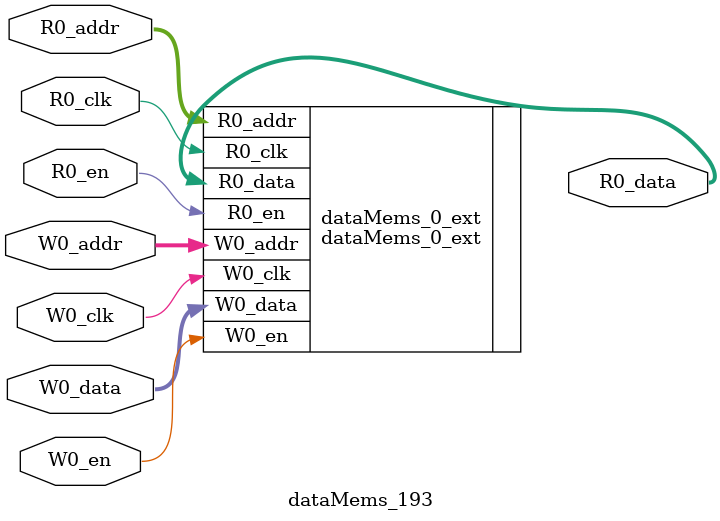
<source format=sv>
`ifndef RANDOMIZE
  `ifdef RANDOMIZE_REG_INIT
    `define RANDOMIZE
  `endif // RANDOMIZE_REG_INIT
`endif // not def RANDOMIZE
`ifndef RANDOMIZE
  `ifdef RANDOMIZE_MEM_INIT
    `define RANDOMIZE
  `endif // RANDOMIZE_MEM_INIT
`endif // not def RANDOMIZE

`ifndef RANDOM
  `define RANDOM $random
`endif // not def RANDOM

// Users can define 'PRINTF_COND' to add an extra gate to prints.
`ifndef PRINTF_COND_
  `ifdef PRINTF_COND
    `define PRINTF_COND_ (`PRINTF_COND)
  `else  // PRINTF_COND
    `define PRINTF_COND_ 1
  `endif // PRINTF_COND
`endif // not def PRINTF_COND_

// Users can define 'ASSERT_VERBOSE_COND' to add an extra gate to assert error printing.
`ifndef ASSERT_VERBOSE_COND_
  `ifdef ASSERT_VERBOSE_COND
    `define ASSERT_VERBOSE_COND_ (`ASSERT_VERBOSE_COND)
  `else  // ASSERT_VERBOSE_COND
    `define ASSERT_VERBOSE_COND_ 1
  `endif // ASSERT_VERBOSE_COND
`endif // not def ASSERT_VERBOSE_COND_

// Users can define 'STOP_COND' to add an extra gate to stop conditions.
`ifndef STOP_COND_
  `ifdef STOP_COND
    `define STOP_COND_ (`STOP_COND)
  `else  // STOP_COND
    `define STOP_COND_ 1
  `endif // STOP_COND
`endif // not def STOP_COND_

// Users can define INIT_RANDOM as general code that gets injected into the
// initializer block for modules with registers.
`ifndef INIT_RANDOM
  `define INIT_RANDOM
`endif // not def INIT_RANDOM

// If using random initialization, you can also define RANDOMIZE_DELAY to
// customize the delay used, otherwise 0.002 is used.
`ifndef RANDOMIZE_DELAY
  `define RANDOMIZE_DELAY 0.002
`endif // not def RANDOMIZE_DELAY

// Define INIT_RANDOM_PROLOG_ for use in our modules below.
`ifndef INIT_RANDOM_PROLOG_
  `ifdef RANDOMIZE
    `ifdef VERILATOR
      `define INIT_RANDOM_PROLOG_ `INIT_RANDOM
    `else  // VERILATOR
      `define INIT_RANDOM_PROLOG_ `INIT_RANDOM #`RANDOMIZE_DELAY begin end
    `endif // VERILATOR
  `else  // RANDOMIZE
    `define INIT_RANDOM_PROLOG_
  `endif // RANDOMIZE
`endif // not def INIT_RANDOM_PROLOG_

// Include register initializers in init blocks unless synthesis is set
`ifndef SYNTHESIS
  `ifndef ENABLE_INITIAL_REG_
    `define ENABLE_INITIAL_REG_
  `endif // not def ENABLE_INITIAL_REG_
`endif // not def SYNTHESIS

// Include rmemory initializers in init blocks unless synthesis is set
`ifndef SYNTHESIS
  `ifndef ENABLE_INITIAL_MEM_
    `define ENABLE_INITIAL_MEM_
  `endif // not def ENABLE_INITIAL_MEM_
`endif // not def SYNTHESIS

module dataMems_193(	// @[generators/ara/src/main/scala/UnsafeAXI4ToTL.scala:365:62]
  input  [4:0]  R0_addr,
  input         R0_en,
  input         R0_clk,
  output [66:0] R0_data,
  input  [4:0]  W0_addr,
  input         W0_en,
  input         W0_clk,
  input  [66:0] W0_data
);

  dataMems_0_ext dataMems_0_ext (	// @[generators/ara/src/main/scala/UnsafeAXI4ToTL.scala:365:62]
    .R0_addr (R0_addr),
    .R0_en   (R0_en),
    .R0_clk  (R0_clk),
    .R0_data (R0_data),
    .W0_addr (W0_addr),
    .W0_en   (W0_en),
    .W0_clk  (W0_clk),
    .W0_data (W0_data)
  );
endmodule


</source>
